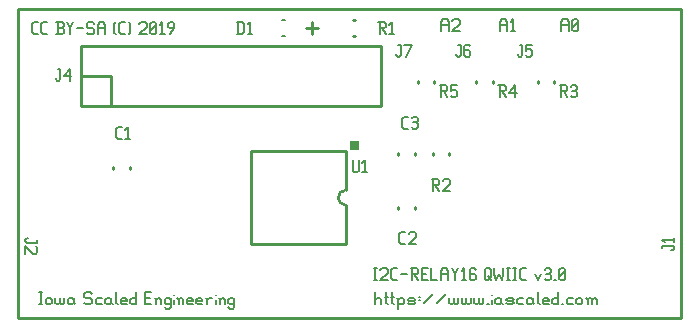
<source format=gbr>
G04 start of page 8 for group -4079 idx -4079 *
G04 Title: (unknown), topsilk *
G04 Creator: pcb 20140316 *
G04 CreationDate: Sun 30 Dec 2018 07:12:51 PM GMT UTC *
G04 For: railfan *
G04 Format: Gerber/RS-274X *
G04 PCB-Dimensions (mil): 2220.00 1040.00 *
G04 PCB-Coordinate-Origin: lower left *
%MOIN*%
%FSLAX25Y25*%
%LNTOPSILK*%
%ADD54C,0.0080*%
%ADD53C,0.0100*%
%ADD52C,0.0001*%
G54D52*G36*
X111000Y59500D02*X114000D01*
Y56500D01*
X111000D01*
Y59500D01*
G37*
G54D53*X500Y500D02*X221500D01*
X500D02*Y103500D01*
X221500D02*X500D01*
X96500Y97000D02*X100500D01*
X98500Y99000D02*Y95000D01*
X221500Y103500D02*Y500D01*
G54D54*X7500Y9000D02*X8500D01*
X8000D02*Y5000D01*
X7500D02*X8500D01*
X9700Y6500D02*Y5500D01*
Y6500D02*X10200Y7000D01*
X11200D01*
X11700Y6500D01*
Y5500D01*
X11200Y5000D02*X11700Y5500D01*
X10200Y5000D02*X11200D01*
X9700Y5500D02*X10200Y5000D01*
X12900Y7000D02*Y5500D01*
X13400Y5000D01*
X13900D01*
X14400Y5500D01*
Y7000D02*Y5500D01*
X14900Y5000D01*
X15400D01*
X15900Y5500D01*
Y7000D02*Y5500D01*
X18600Y7000D02*X19100Y6500D01*
X17600Y7000D02*X18600D01*
X17100Y6500D02*X17600Y7000D01*
X17100Y6500D02*Y5500D01*
X17600Y5000D01*
X19100Y7000D02*Y5500D01*
X19600Y5000D01*
X17600D02*X18600D01*
X19100Y5500D01*
X24600Y9000D02*X25100Y8500D01*
X23100Y9000D02*X24600D01*
X22600Y8500D02*X23100Y9000D01*
X22600Y8500D02*Y7500D01*
X23100Y7000D01*
X24600D01*
X25100Y6500D01*
Y5500D01*
X24600Y5000D02*X25100Y5500D01*
X23100Y5000D02*X24600D01*
X22600Y5500D02*X23100Y5000D01*
X26800Y7000D02*X28300D01*
X26300Y6500D02*X26800Y7000D01*
X26300Y6500D02*Y5500D01*
X26800Y5000D01*
X28300D01*
X31000Y7000D02*X31500Y6500D01*
X30000Y7000D02*X31000D01*
X29500Y6500D02*X30000Y7000D01*
X29500Y6500D02*Y5500D01*
X30000Y5000D01*
X31500Y7000D02*Y5500D01*
X32000Y5000D01*
X30000D02*X31000D01*
X31500Y5500D01*
X33200Y9000D02*Y5500D01*
X33700Y5000D01*
X35200D02*X36700D01*
X34700Y5500D02*X35200Y5000D01*
X34700Y6500D02*Y5500D01*
Y6500D02*X35200Y7000D01*
X36200D01*
X36700Y6500D01*
X34700Y6000D02*X36700D01*
Y6500D02*Y6000D01*
X39900Y9000D02*Y5000D01*
X39400D02*X39900Y5500D01*
X38400Y5000D02*X39400D01*
X37900Y5500D02*X38400Y5000D01*
X37900Y6500D02*Y5500D01*
Y6500D02*X38400Y7000D01*
X39400D01*
X39900Y6500D01*
X42900Y7200D02*X44400D01*
X42900Y5000D02*X44900D01*
X42900Y9000D02*Y5000D01*
Y9000D02*X44900D01*
X46600Y6500D02*Y5000D01*
Y6500D02*X47100Y7000D01*
X47600D01*
X48100Y6500D01*
Y5000D01*
X46100Y7000D02*X46600Y6500D01*
X50800Y7000D02*X51300Y6500D01*
X49800Y7000D02*X50800D01*
X49300Y6500D02*X49800Y7000D01*
X49300Y6500D02*Y5500D01*
X49800Y5000D01*
X50800D01*
X51300Y5500D01*
X49300Y4000D02*X49800Y3500D01*
X50800D01*
X51300Y4000D01*
Y7000D02*Y4000D01*
X52500Y8000D02*Y7900D01*
Y6500D02*Y5000D01*
X54000Y6500D02*Y5000D01*
Y6500D02*X54500Y7000D01*
X55000D01*
X55500Y6500D01*
Y5000D01*
X53500Y7000D02*X54000Y6500D01*
X57200Y5000D02*X58700D01*
X56700Y5500D02*X57200Y5000D01*
X56700Y6500D02*Y5500D01*
Y6500D02*X57200Y7000D01*
X58200D01*
X58700Y6500D01*
X56700Y6000D02*X58700D01*
Y6500D02*Y6000D01*
X60400Y5000D02*X61900D01*
X59900Y5500D02*X60400Y5000D01*
X59900Y6500D02*Y5500D01*
Y6500D02*X60400Y7000D01*
X61400D01*
X61900Y6500D01*
X59900Y6000D02*X61900D01*
Y6500D02*Y6000D01*
X63600Y6500D02*Y5000D01*
Y6500D02*X64100Y7000D01*
X65100D01*
X63100D02*X63600Y6500D01*
X66300Y8000D02*Y7900D01*
Y6500D02*Y5000D01*
X67800Y6500D02*Y5000D01*
Y6500D02*X68300Y7000D01*
X68800D01*
X69300Y6500D01*
Y5000D01*
X67300Y7000D02*X67800Y6500D01*
X72000Y7000D02*X72500Y6500D01*
X71000Y7000D02*X72000D01*
X70500Y6500D02*X71000Y7000D01*
X70500Y6500D02*Y5500D01*
X71000Y5000D01*
X72000D01*
X72500Y5500D01*
X70500Y4000D02*X71000Y3500D01*
X72000D01*
X72500Y4000D01*
Y7000D02*Y4000D01*
X5700Y95000D02*X7000D01*
X5000Y95700D02*X5700Y95000D01*
X5000Y98300D02*Y95700D01*
Y98300D02*X5700Y99000D01*
X7000D01*
X8900Y95000D02*X10200D01*
X8200Y95700D02*X8900Y95000D01*
X8200Y98300D02*Y95700D01*
Y98300D02*X8900Y99000D01*
X10200D01*
X13200Y95000D02*X15200D01*
X15700Y95500D01*
Y96700D02*Y95500D01*
X15200Y97200D02*X15700Y96700D01*
X13700Y97200D02*X15200D01*
X13700Y99000D02*Y95000D01*
X13200Y99000D02*X15200D01*
X15700Y98500D01*
Y97700D01*
X15200Y97200D02*X15700Y97700D01*
X16900Y99000D02*X17900Y97000D01*
X18900Y99000D01*
X17900Y97000D02*Y95000D01*
X20100Y97000D02*X22100D01*
X25300Y99000D02*X25800Y98500D01*
X23800Y99000D02*X25300D01*
X23300Y98500D02*X23800Y99000D01*
X23300Y98500D02*Y97500D01*
X23800Y97000D01*
X25300D01*
X25800Y96500D01*
Y95500D01*
X25300Y95000D02*X25800Y95500D01*
X23800Y95000D02*X25300D01*
X23300Y95500D02*X23800Y95000D01*
X27000Y98000D02*Y95000D01*
Y98000D02*X27700Y99000D01*
X28800D01*
X29500Y98000D01*
Y95000D01*
X27000Y97000D02*X29500D01*
X32500Y95500D02*X33000Y95000D01*
X32500Y98500D02*X33000Y99000D01*
X32500Y98500D02*Y95500D01*
X34900Y95000D02*X36200D01*
X34200Y95700D02*X34900Y95000D01*
X34200Y98300D02*Y95700D01*
Y98300D02*X34900Y99000D01*
X36200D01*
X37400D02*X37900Y98500D01*
Y95500D01*
X37400Y95000D02*X37900Y95500D01*
X40900Y98500D02*X41400Y99000D01*
X42900D01*
X43400Y98500D01*
Y97500D01*
X40900Y95000D02*X43400Y97500D01*
X40900Y95000D02*X43400D01*
X44600Y95500D02*X45100Y95000D01*
X44600Y98500D02*Y95500D01*
Y98500D02*X45100Y99000D01*
X46100D01*
X46600Y98500D01*
Y95500D01*
X46100Y95000D02*X46600Y95500D01*
X45100Y95000D02*X46100D01*
X44600Y96000D02*X46600Y98000D01*
X47800Y98200D02*X48600Y99000D01*
Y95000D01*
X47800D02*X49300D01*
X51000D02*X52500Y97000D01*
Y98500D02*Y97000D01*
X52000Y99000D02*X52500Y98500D01*
X51000Y99000D02*X52000D01*
X50500Y98500D02*X51000Y99000D01*
X50500Y98500D02*Y97500D01*
X51000Y97000D01*
X52500D01*
X141500Y99000D02*Y96000D01*
Y99000D02*X142200Y100000D01*
X143300D01*
X144000Y99000D01*
Y96000D01*
X141500Y98000D02*X144000D01*
X145200Y99500D02*X145700Y100000D01*
X147200D01*
X147700Y99500D01*
Y98500D01*
X145200Y96000D02*X147700Y98500D01*
X145200Y96000D02*X147700D01*
X161000Y99000D02*Y96000D01*
Y99000D02*X161700Y100000D01*
X162800D01*
X163500Y99000D01*
Y96000D01*
X161000Y98000D02*X163500D01*
X164700Y99200D02*X165500Y100000D01*
Y96000D01*
X164700D02*X166200D01*
X181500Y99000D02*Y96000D01*
Y99000D02*X182200Y100000D01*
X183300D01*
X184000Y99000D01*
Y96000D01*
X181500Y98000D02*X184000D01*
X185200Y96500D02*X185700Y96000D01*
X185200Y99500D02*Y96500D01*
Y99500D02*X185700Y100000D01*
X186700D01*
X187200Y99500D01*
Y96500D01*
X186700Y96000D02*X187200Y96500D01*
X185700Y96000D02*X186700D01*
X185200Y97000D02*X187200Y99000D01*
X119500Y9000D02*Y5000D01*
Y6500D02*X120000Y7000D01*
X121000D01*
X121500Y6500D01*
Y5000D01*
X123200Y9000D02*Y5500D01*
X123700Y5000D01*
X122700Y7500D02*X123700D01*
X125200Y9000D02*Y5500D01*
X125700Y5000D01*
X124700Y7500D02*X125700D01*
X127200Y6500D02*Y3500D01*
X126700Y7000D02*X127200Y6500D01*
X127700Y7000D01*
X128700D01*
X129200Y6500D01*
Y5500D01*
X128700Y5000D02*X129200Y5500D01*
X127700Y5000D02*X128700D01*
X127200Y5500D02*X127700Y5000D01*
X130900D02*X132400D01*
X132900Y5500D01*
X132400Y6000D02*X132900Y5500D01*
X130900Y6000D02*X132400D01*
X130400Y6500D02*X130900Y6000D01*
X130400Y6500D02*X130900Y7000D01*
X132400D01*
X132900Y6500D01*
X130400Y5500D02*X130900Y5000D01*
X134100Y7500D02*X134600D01*
X134100Y6500D02*X134600D01*
X135800Y5500D02*X138800Y8500D01*
X140000Y5500D02*X143000Y8500D01*
X144200Y7000D02*Y5500D01*
X144700Y5000D01*
X145200D01*
X145700Y5500D01*
Y7000D02*Y5500D01*
X146200Y5000D01*
X146700D01*
X147200Y5500D01*
Y7000D02*Y5500D01*
X148400Y7000D02*Y5500D01*
X148900Y5000D01*
X149400D01*
X149900Y5500D01*
Y7000D02*Y5500D01*
X150400Y5000D01*
X150900D01*
X151400Y5500D01*
Y7000D02*Y5500D01*
X152600Y7000D02*Y5500D01*
X153100Y5000D01*
X153600D01*
X154100Y5500D01*
Y7000D02*Y5500D01*
X154600Y5000D01*
X155100D01*
X155600Y5500D01*
Y7000D02*Y5500D01*
X156800Y5000D02*X157300D01*
X158500Y8000D02*Y7900D01*
Y6500D02*Y5000D01*
X161000Y7000D02*X161500Y6500D01*
X160000Y7000D02*X161000D01*
X159500Y6500D02*X160000Y7000D01*
X159500Y6500D02*Y5500D01*
X160000Y5000D01*
X161500Y7000D02*Y5500D01*
X162000Y5000D01*
X160000D02*X161000D01*
X161500Y5500D01*
X163700Y5000D02*X165200D01*
X165700Y5500D01*
X165200Y6000D02*X165700Y5500D01*
X163700Y6000D02*X165200D01*
X163200Y6500D02*X163700Y6000D01*
X163200Y6500D02*X163700Y7000D01*
X165200D01*
X165700Y6500D01*
X163200Y5500D02*X163700Y5000D01*
X167400Y7000D02*X168900D01*
X166900Y6500D02*X167400Y7000D01*
X166900Y6500D02*Y5500D01*
X167400Y5000D01*
X168900D01*
X171600Y7000D02*X172100Y6500D01*
X170600Y7000D02*X171600D01*
X170100Y6500D02*X170600Y7000D01*
X170100Y6500D02*Y5500D01*
X170600Y5000D01*
X172100Y7000D02*Y5500D01*
X172600Y5000D01*
X170600D02*X171600D01*
X172100Y5500D01*
X173800Y9000D02*Y5500D01*
X174300Y5000D01*
X175800D02*X177300D01*
X175300Y5500D02*X175800Y5000D01*
X175300Y6500D02*Y5500D01*
Y6500D02*X175800Y7000D01*
X176800D01*
X177300Y6500D01*
X175300Y6000D02*X177300D01*
Y6500D02*Y6000D01*
X180500Y9000D02*Y5000D01*
X180000D02*X180500Y5500D01*
X179000Y5000D02*X180000D01*
X178500Y5500D02*X179000Y5000D01*
X178500Y6500D02*Y5500D01*
Y6500D02*X179000Y7000D01*
X180000D01*
X180500Y6500D01*
X181700Y5000D02*X182200D01*
X183900Y7000D02*X185400D01*
X183400Y6500D02*X183900Y7000D01*
X183400Y6500D02*Y5500D01*
X183900Y5000D01*
X185400D01*
X186600Y6500D02*Y5500D01*
Y6500D02*X187100Y7000D01*
X188100D01*
X188600Y6500D01*
Y5500D01*
X188100Y5000D02*X188600Y5500D01*
X187100Y5000D02*X188100D01*
X186600Y5500D02*X187100Y5000D01*
X190300Y6500D02*Y5000D01*
Y6500D02*X190800Y7000D01*
X191300D01*
X191800Y6500D01*
Y5000D01*
Y6500D02*X192300Y7000D01*
X192800D01*
X193300Y6500D01*
Y5000D01*
X189800Y7000D02*X190300Y6500D01*
X119000Y17000D02*X120000D01*
X119500D02*Y13000D01*
X119000D02*X120000D01*
X121200Y16500D02*X121700Y17000D01*
X123200D01*
X123700Y16500D01*
Y15500D01*
X121200Y13000D02*X123700Y15500D01*
X121200Y13000D02*X123700D01*
X125600D02*X126900D01*
X124900Y13700D02*X125600Y13000D01*
X124900Y16300D02*Y13700D01*
Y16300D02*X125600Y17000D01*
X126900D01*
X128100Y15000D02*X130100D01*
X131300Y17000D02*X133300D01*
X133800Y16500D01*
Y15500D01*
X133300Y15000D02*X133800Y15500D01*
X131800Y15000D02*X133300D01*
X131800Y17000D02*Y13000D01*
X132600Y15000D02*X133800Y13000D01*
X135000Y15200D02*X136500D01*
X135000Y13000D02*X137000D01*
X135000Y17000D02*Y13000D01*
Y17000D02*X137000D01*
X138200D02*Y13000D01*
X140200D01*
X141400Y16000D02*Y13000D01*
Y16000D02*X142100Y17000D01*
X143200D01*
X143900Y16000D01*
Y13000D01*
X141400Y15000D02*X143900D01*
X145100Y17000D02*X146100Y15000D01*
X147100Y17000D01*
X146100Y15000D02*Y13000D01*
X148300Y16200D02*X149100Y17000D01*
Y13000D01*
X148300D02*X149800D01*
X152500Y17000D02*X153000Y16500D01*
X151500Y17000D02*X152500D01*
X151000Y16500D02*X151500Y17000D01*
X151000Y16500D02*Y13500D01*
X151500Y13000D01*
X152500Y15200D02*X153000Y14700D01*
X151000Y15200D02*X152500D01*
X151500Y13000D02*X152500D01*
X153000Y13500D01*
Y14700D02*Y13500D01*
X156000Y16500D02*Y13500D01*
Y16500D02*X156500Y17000D01*
X157500D01*
X158000Y16500D01*
Y14000D01*
X157000Y13000D02*X158000Y14000D01*
X156500Y13000D02*X157000D01*
X156000Y13500D02*X156500Y13000D01*
X157000Y14500D02*X158000Y13000D01*
X159200Y17000D02*Y15000D01*
X159700Y13000D01*
X160700Y15000D01*
X161700Y13000D01*
X162200Y15000D01*
Y17000D02*Y15000D01*
X163400Y17000D02*X164400D01*
X163900D02*Y13000D01*
X163400D02*X164400D01*
X165600Y17000D02*X166600D01*
X166100D02*Y13000D01*
X165600D02*X166600D01*
X168500D02*X169800D01*
X167800Y13700D02*X168500Y13000D01*
X167800Y16300D02*Y13700D01*
Y16300D02*X168500Y17000D01*
X169800D01*
X172800Y15000D02*X173800Y13000D01*
X174800Y15000D02*X173800Y13000D01*
X176000Y16500D02*X176500Y17000D01*
X177500D01*
X178000Y16500D01*
X177500Y13000D02*X178000Y13500D01*
X176500Y13000D02*X177500D01*
X176000Y13500D02*X176500Y13000D01*
Y15200D02*X177500D01*
X178000Y16500D02*Y15700D01*
Y14700D02*Y13500D01*
Y14700D02*X177500Y15200D01*
X178000Y15700D02*X177500Y15200D01*
X179200Y13000D02*X179700D01*
X180900Y13500D02*X181400Y13000D01*
X180900Y16500D02*Y13500D01*
Y16500D02*X181400Y17000D01*
X182400D01*
X182900Y16500D01*
Y13500D01*
X182400Y13000D02*X182900Y13500D01*
X181400Y13000D02*X182400D01*
X180900Y14000D02*X182900Y16000D01*
G54D53*X21500Y71000D02*X121500D01*
Y91000D02*Y71000D01*
X21500Y91000D02*X121500D01*
X21500D02*Y71000D01*
X31500Y81000D02*Y71000D01*
X21500Y81000D02*X31500D01*
X112107Y94245D02*X112893D01*
X112107Y99755D02*X112893D01*
X132755Y55393D02*Y54607D01*
X127245Y55393D02*Y54607D01*
X32245Y50893D02*Y50107D01*
X37755Y50893D02*Y50107D01*
G54D54*X88607Y99755D02*X89393D01*
X88607Y94245D02*X89393D01*
G54D53*X78276Y56066D02*X109724D01*
X78276D02*Y24934D01*
X109724D01*
Y56066D02*Y43000D01*
Y38000D02*Y24934D01*
Y43000D02*G75*G03X109724Y38000I0J-2500D01*G01*
X127245Y37393D02*Y36607D01*
X132755Y37393D02*Y36607D01*
X144255Y55393D02*Y54607D01*
X138745Y55393D02*Y54607D01*
X133745Y79393D02*Y78607D01*
X139255Y79393D02*Y78607D01*
X153245Y79393D02*Y78607D01*
X158755Y79393D02*Y78607D01*
X173745Y79393D02*Y78607D01*
X179255Y79393D02*Y78607D01*
G54D54*X13700Y83500D02*X14500D01*
Y80000D01*
X14000Y79500D02*X14500Y80000D01*
X13500Y79500D02*X14000D01*
X13000Y80000D02*X13500Y79500D01*
X13000Y80500D02*Y80000D01*
X15700Y81000D02*X17700Y83500D01*
X15700Y81000D02*X18200D01*
X17700Y83500D02*Y79500D01*
X33700Y60000D02*X35000D01*
X33000Y60700D02*X33700Y60000D01*
X33000Y63300D02*Y60700D01*
Y63300D02*X33700Y64000D01*
X35000D01*
X36200Y63200D02*X37000Y64000D01*
Y60000D01*
X36200D02*X37700D01*
X6800Y26300D02*Y25500D01*
X3300D02*X6800D01*
X2800Y26000D02*X3300Y25500D01*
X2800Y26500D02*Y26000D01*
X3300Y27000D02*X2800Y26500D01*
X3300Y27000D02*X3800D01*
X6300Y24300D02*X6800Y23800D01*
Y22300D01*
X6300Y21800D01*
X5300D02*X6300D01*
X2800Y24300D02*X5300Y21800D01*
X2800Y24300D02*Y21800D01*
X215200Y24500D02*Y23700D01*
Y24500D02*X218700D01*
X219200Y24000D02*X218700Y24500D01*
X219200Y24000D02*Y23500D01*
X218700Y23000D02*X219200Y23500D01*
X218200Y23000D02*X218700D01*
X216000Y25700D02*X215200Y26500D01*
X219200D01*
Y27200D02*Y25700D01*
X73850Y99150D02*Y95150D01*
X75150Y99150D02*X75850Y98450D01*
Y95850D01*
X75150Y95150D02*X75850Y95850D01*
X73350Y95150D02*X75150D01*
X73350Y99150D02*X75150D01*
X77050Y98350D02*X77850Y99150D01*
Y95150D01*
X77050D02*X78550D01*
X120500Y99000D02*X122500D01*
X123000Y98500D01*
Y97500D01*
X122500Y97000D02*X123000Y97500D01*
X121000Y97000D02*X122500D01*
X121000Y99000D02*Y95000D01*
X121800Y97000D02*X123000Y95000D01*
X124200Y98200D02*X125000Y99000D01*
Y95000D01*
X124200D02*X125700D01*
X129200Y63500D02*X130500D01*
X128500Y64200D02*X129200Y63500D01*
X128500Y66800D02*Y64200D01*
Y66800D02*X129200Y67500D01*
X130500D01*
X131700Y67000D02*X132200Y67500D01*
X133200D01*
X133700Y67000D01*
X133200Y63500D02*X133700Y64000D01*
X132200Y63500D02*X133200D01*
X131700Y64000D02*X132200Y63500D01*
Y65700D02*X133200D01*
X133700Y67000D02*Y66200D01*
Y65200D02*Y64000D01*
Y65200D02*X133200Y65700D01*
X133700Y66200D02*X133200Y65700D01*
X128200Y25000D02*X129500D01*
X127500Y25700D02*X128200Y25000D01*
X127500Y28300D02*Y25700D01*
Y28300D02*X128200Y29000D01*
X129500D01*
X130700Y28500D02*X131200Y29000D01*
X132700D01*
X133200Y28500D01*
Y27500D01*
X130700Y25000D02*X133200Y27500D01*
X130700Y25000D02*X133200D01*
X138307Y46650D02*X140307D01*
X140807Y46150D01*
Y45150D01*
X140307Y44650D02*X140807Y45150D01*
X138807Y44650D02*X140307D01*
X138807Y46650D02*Y42650D01*
X139607Y44650D02*X140807Y42650D01*
X142007Y46150D02*X142507Y46650D01*
X144007D01*
X144507Y46150D01*
Y45150D01*
X142007Y42650D02*X144507Y45150D01*
X142007Y42650D02*X144507D01*
X112000Y53000D02*Y49500D01*
X112500Y49000D01*
X113500D01*
X114000Y49500D01*
Y53000D02*Y49500D01*
X115200Y52200D02*X116000Y53000D01*
Y49000D01*
X115200D02*X116700D01*
X127200Y91500D02*X128000D01*
Y88000D01*
X127500Y87500D02*X128000Y88000D01*
X127000Y87500D02*X127500D01*
X126500Y88000D02*X127000Y87500D01*
X126500Y88500D02*Y88000D01*
X129700Y87500D02*X131700Y91500D01*
X129200D02*X131700D01*
X141000Y78000D02*X143000D01*
X143500Y77500D01*
Y76500D01*
X143000Y76000D02*X143500Y76500D01*
X141500Y76000D02*X143000D01*
X141500Y78000D02*Y74000D01*
X142300Y76000D02*X143500Y74000D01*
X144700Y78000D02*X146700D01*
X144700D02*Y76000D01*
X145200Y76500D01*
X146200D01*
X146700Y76000D01*
Y74500D01*
X146200Y74000D02*X146700Y74500D01*
X145200Y74000D02*X146200D01*
X144700Y74500D02*X145200Y74000D01*
X160500Y78000D02*X162500D01*
X163000Y77500D01*
Y76500D01*
X162500Y76000D02*X163000Y76500D01*
X161000Y76000D02*X162500D01*
X161000Y78000D02*Y74000D01*
X161800Y76000D02*X163000Y74000D01*
X164200Y75500D02*X166200Y78000D01*
X164200Y75500D02*X166700D01*
X166200Y78000D02*Y74000D01*
X181000Y78000D02*X183000D01*
X183500Y77500D01*
Y76500D01*
X183000Y76000D02*X183500Y76500D01*
X181500Y76000D02*X183000D01*
X181500Y78000D02*Y74000D01*
X182300Y76000D02*X183500Y74000D01*
X184700Y77500D02*X185200Y78000D01*
X186200D01*
X186700Y77500D01*
X186200Y74000D02*X186700Y74500D01*
X185200Y74000D02*X186200D01*
X184700Y74500D02*X185200Y74000D01*
Y76200D02*X186200D01*
X186700Y77500D02*Y76700D01*
Y75700D02*Y74500D01*
Y75700D02*X186200Y76200D01*
X186700Y76700D02*X186200Y76200D01*
X147200Y91500D02*X148000D01*
Y88000D01*
X147500Y87500D02*X148000Y88000D01*
X147000Y87500D02*X147500D01*
X146500Y88000D02*X147000Y87500D01*
X146500Y88500D02*Y88000D01*
X150700Y91500D02*X151200Y91000D01*
X149700Y91500D02*X150700D01*
X149200Y91000D02*X149700Y91500D01*
X149200Y91000D02*Y88000D01*
X149700Y87500D01*
X150700Y89700D02*X151200Y89200D01*
X149200Y89700D02*X150700D01*
X149700Y87500D02*X150700D01*
X151200Y88000D01*
Y89200D02*Y88000D01*
X167700Y91500D02*X168500D01*
Y88000D01*
X168000Y87500D02*X168500Y88000D01*
X167500Y87500D02*X168000D01*
X167000Y88000D02*X167500Y87500D01*
X167000Y88500D02*Y88000D01*
X169700Y91500D02*X171700D01*
X169700D02*Y89500D01*
X170200Y90000D01*
X171200D01*
X171700Y89500D01*
Y88000D01*
X171200Y87500D02*X171700Y88000D01*
X170200Y87500D02*X171200D01*
X169700Y88000D02*X170200Y87500D01*
M02*

</source>
